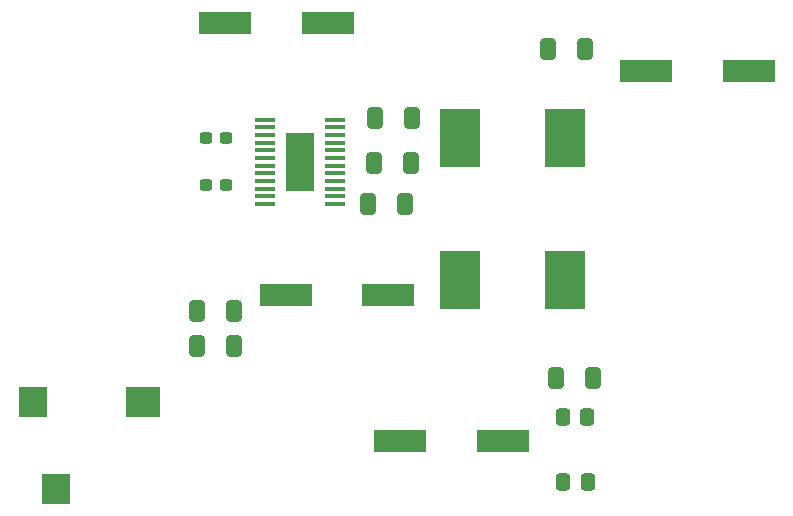
<source format=gbr>
%TF.GenerationSoftware,KiCad,Pcbnew,9.0.2*%
%TF.CreationDate,2025-09-10T19:30:47-05:00*%
%TF.ProjectId,EE101_Board,45453130-315f-4426-9f61-72642e6b6963,rev?*%
%TF.SameCoordinates,Original*%
%TF.FileFunction,Paste,Bot*%
%TF.FilePolarity,Positive*%
%FSLAX46Y46*%
G04 Gerber Fmt 4.6, Leading zero omitted, Abs format (unit mm)*
G04 Created by KiCad (PCBNEW 9.0.2) date 2025-09-10 19:30:47*
%MOMM*%
%LPD*%
G01*
G04 APERTURE LIST*
G04 Aperture macros list*
%AMRoundRect*
0 Rectangle with rounded corners*
0 $1 Rounding radius*
0 $2 $3 $4 $5 $6 $7 $8 $9 X,Y pos of 4 corners*
0 Add a 4 corners polygon primitive as box body*
4,1,4,$2,$3,$4,$5,$6,$7,$8,$9,$2,$3,0*
0 Add four circle primitives for the rounded corners*
1,1,$1+$1,$2,$3*
1,1,$1+$1,$4,$5*
1,1,$1+$1,$6,$7*
1,1,$1+$1,$8,$9*
0 Add four rect primitives between the rounded corners*
20,1,$1+$1,$2,$3,$4,$5,0*
20,1,$1+$1,$4,$5,$6,$7,0*
20,1,$1+$1,$6,$7,$8,$9,0*
20,1,$1+$1,$8,$9,$2,$3,0*%
G04 Aperture macros list end*
%ADD10C,0.000000*%
%ADD11R,1.761998X0.354800*%
%ADD12R,2.400000X4.870000*%
%ADD13R,4.400000X1.900000*%
%ADD14RoundRect,0.237500X0.300000X0.237500X-0.300000X0.237500X-0.300000X-0.237500X0.300000X-0.237500X0*%
%ADD15RoundRect,0.250000X0.412500X0.650000X-0.412500X0.650000X-0.412500X-0.650000X0.412500X-0.650000X0*%
%ADD16R,3.400000X5.000000*%
%ADD17RoundRect,0.250000X-0.412500X-0.650000X0.412500X-0.650000X0.412500X0.650000X-0.412500X0.650000X0*%
%ADD18RoundRect,0.250000X0.337500X0.475000X-0.337500X0.475000X-0.337500X-0.475000X0.337500X-0.475000X0*%
%ADD19RoundRect,0.250000X-0.337500X-0.475000X0.337500X-0.475000X0.337500X0.475000X-0.337500X0.475000X0*%
%ADD20R,2.400000X2.550000*%
%ADD21R,2.900000X2.550000*%
G04 APERTURE END LIST*
D10*
%TO.C,U1*%
G36*
X81071000Y-78088333D02*
G01*
X78871000Y-78088333D01*
X78871000Y-76665000D01*
X81071000Y-76665000D01*
X81071000Y-78088333D01*
G37*
G36*
X81071000Y-79711667D02*
G01*
X78871000Y-79711667D01*
X78871000Y-78288333D01*
X81071000Y-78288333D01*
X81071000Y-79711667D01*
G37*
G36*
X81071000Y-81335000D02*
G01*
X78871000Y-81335000D01*
X78871000Y-79911667D01*
X81071000Y-79911667D01*
X81071000Y-81335000D01*
G37*
%TD*%
D11*
%TO.C,U1*%
X82942000Y-75424937D03*
X82942000Y-76074949D03*
X82942000Y-76724960D03*
X82942000Y-77374972D03*
X82942000Y-78024983D03*
X82942000Y-78674994D03*
X82942000Y-79325006D03*
X82942000Y-79975017D03*
X82942000Y-80625028D03*
X82942000Y-81275040D03*
X82942000Y-81925051D03*
X82942000Y-82575063D03*
X77000000Y-82575063D03*
X77000000Y-81925051D03*
X77000000Y-81275040D03*
X77000000Y-80625028D03*
X77000000Y-79975017D03*
X77000000Y-79325006D03*
X77000000Y-78674994D03*
X77000000Y-78024983D03*
X77000000Y-77374972D03*
X77000000Y-76724960D03*
X77000000Y-76074949D03*
X77000000Y-75424937D03*
D12*
X79971000Y-79000000D03*
%TD*%
D13*
%TO.C,C17*%
X78775000Y-90250000D03*
X87475000Y-90250000D03*
%TD*%
D14*
%TO.C,C12*%
X73725000Y-81000000D03*
X72000000Y-81000000D03*
%TD*%
D15*
%TO.C,C9*%
X104162500Y-69475000D03*
X101037500Y-69475000D03*
%TD*%
D13*
%TO.C,C15*%
X88475000Y-102625000D03*
X97175000Y-102625000D03*
%TD*%
D15*
%TO.C,C10*%
X104812500Y-97275000D03*
X101687500Y-97275000D03*
%TD*%
%TO.C,C3*%
X74387500Y-91625000D03*
X71262500Y-91625000D03*
%TD*%
D13*
%TO.C,C5*%
X82350000Y-67250000D03*
X73650000Y-67250000D03*
%TD*%
D16*
%TO.C,L2*%
X102450000Y-77000000D03*
X93550000Y-77000000D03*
%TD*%
D15*
%TO.C,C4*%
X74387500Y-94625000D03*
X71262500Y-94625000D03*
%TD*%
D17*
%TO.C,C6*%
X86337500Y-75300000D03*
X89462500Y-75300000D03*
%TD*%
D15*
%TO.C,C7*%
X88862500Y-82575000D03*
X85737500Y-82575000D03*
%TD*%
D16*
%TO.C,L1*%
X102450000Y-89000000D03*
X93550000Y-89000000D03*
%TD*%
D18*
%TO.C,C14*%
X104362500Y-106075000D03*
X102287500Y-106075000D03*
%TD*%
D15*
%TO.C,C8*%
X89362500Y-79100000D03*
X86237500Y-79100000D03*
%TD*%
D14*
%TO.C,C11*%
X73725000Y-77000000D03*
X72000000Y-77000000D03*
%TD*%
D13*
%TO.C,C16*%
X109275000Y-71275000D03*
X117975000Y-71275000D03*
%TD*%
D19*
%TO.C,C13*%
X102237500Y-100575000D03*
X104312500Y-100575000D03*
%TD*%
D20*
%TO.C,J2*%
X59300000Y-106675000D03*
X57400000Y-99325000D03*
D21*
X66700000Y-99325000D03*
%TD*%
M02*

</source>
